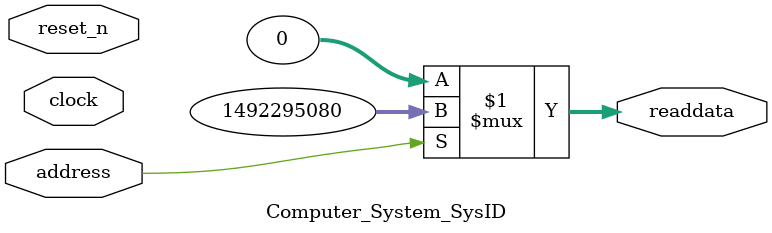
<source format=v>



// synthesis translate_off
`timescale 1ns / 1ps
// synthesis translate_on

// turn off superfluous verilog processor warnings 
// altera message_level Level1 
// altera message_off 10034 10035 10036 10037 10230 10240 10030 

module Computer_System_SysID (
               // inputs:
                address,
                clock,
                reset_n,

               // outputs:
                readdata
             )
;

  output  [ 31: 0] readdata;
  input            address;
  input            clock;
  input            reset_n;

  wire    [ 31: 0] readdata;
  //control_slave, which is an e_avalon_slave
  assign readdata = address ? 1492295080 : 0;

endmodule



</source>
